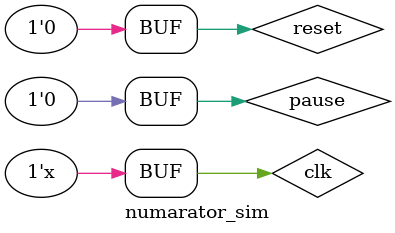
<source format=v>
`timescale 1ns / 1ps

module numarator_sim();
    reg clk;
    reg reset;
    reg pause;
    wire carry_out;
    wire [5:0] valoare_bin;
    
    numarator n(clk, reset, pause, carry_out, valoare_bin);
    
    initial begin
        clk = 0;
        reset = 1;
        pause = 0;
        #50 reset = 0;
    end
    
    always
        #25 clk = ~clk;
    
endmodule
</source>
